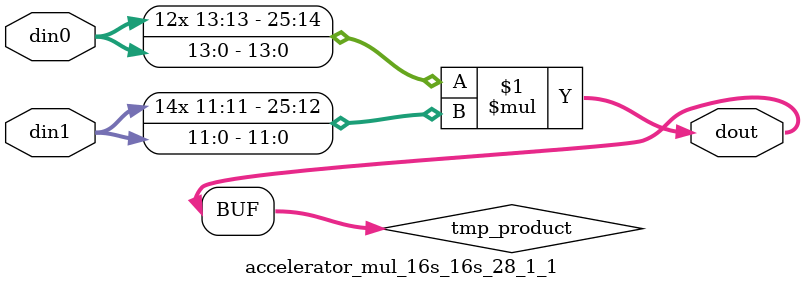
<source format=v>

`timescale 1 ns / 1 ps

 module accelerator_mul_16s_16s_28_1_1(din0, din1, dout);
parameter ID = 1;
parameter NUM_STAGE = 0;
parameter din0_WIDTH = 14;
parameter din1_WIDTH = 12;
parameter dout_WIDTH = 26;

input [din0_WIDTH - 1 : 0] din0; 
input [din1_WIDTH - 1 : 0] din1; 
output [dout_WIDTH - 1 : 0] dout;

wire signed [dout_WIDTH - 1 : 0] tmp_product;



























assign tmp_product = $signed(din0) * $signed(din1);








assign dout = tmp_product;





















endmodule

</source>
